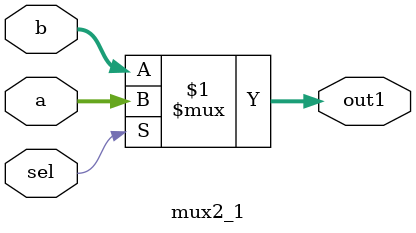
<source format=v>
`timescale 1ns / 1ps


module mux2_1(out1, a, b, sel) ; 
parameter WIDTH = 32; 
output [WIDTH-1:0] out1; 
input [WIDTH-1:0] a; 
input [WIDTH-1:0] b; 
input sel; 
assign out1 = (sel)?a:b; 
endmodule

</source>
